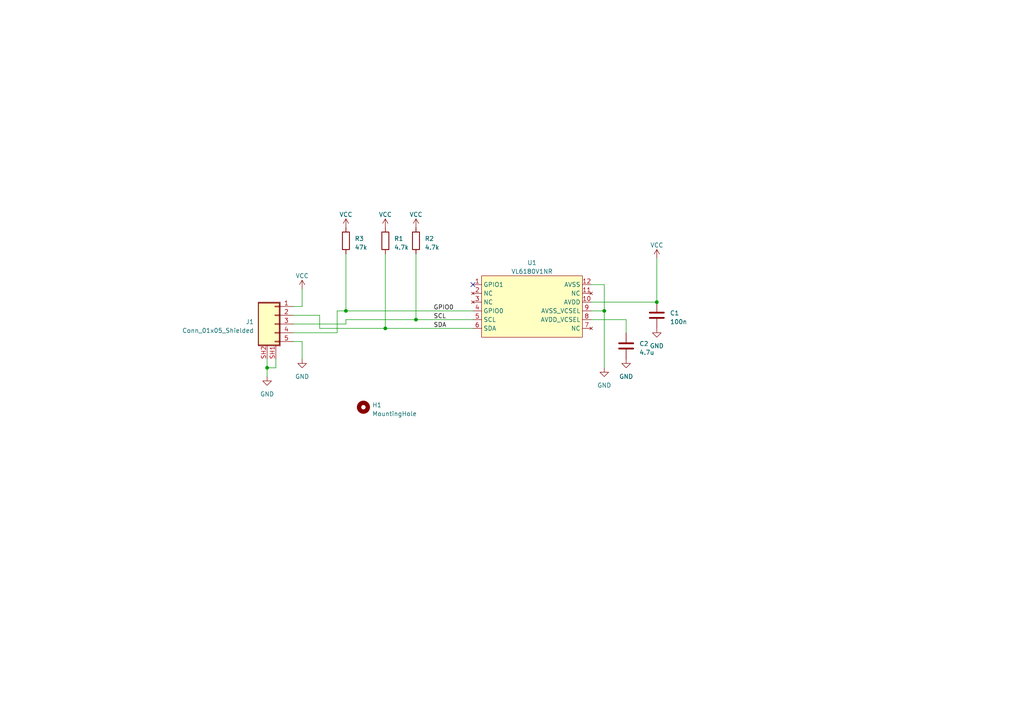
<source format=kicad_sch>
(kicad_sch (version 20230121) (generator eeschema)
  (paper "A4")
  (lib_symbols
    (symbol "Device:C" (pin_numbers hide) (pin_names (offset 0.254))
      (property "Reference" "C" (at 0.635 2.54 0))
      (property "Value" "C" (at 0.635 -2.54 0))
      (symbol "C_0_1"
        (polyline (pts (xy -2.032 -0.762) (xy 2.032 -0.762)) (stroke (width 0.508)))
        (polyline (pts (xy -2.032 0.762) (xy 2.032 0.762)) (stroke (width 0.508)))
      )
      (symbol "C_1_1"
        (pin passive line (at 0 3.81 270) (length 2.794) (name "~") (number "1"))
        (pin passive line (at 0 -3.81 90) (length 2.794) (name "~") (number "2"))
      )
    )
    (symbol "Device:R" (pin_numbers hide) (pin_names (offset 0))
      (property "Reference" "R" (at 2.032 0 90))
      (property "Value" "R" (at 0 0 90))
      (symbol "R_0_1"
        (rectangle (start -1.016 -2.54) (end 1.016 2.54) (stroke (width 0.254)))
      )
      (symbol "R_1_1"
        (pin passive line (at 0 3.81 270) (length 1.27) (name "~") (number "1"))
        (pin passive line (at 0 -3.81 90) (length 1.27) (name "~") (number "2"))
      )
    )
    (symbol "Mechanical:MountingHole" (pin_names (offset 1.016))
      (property "Reference" "H" (at 0 5.08 0))
      (property "Value" "MountingHole" (at 0 3.175 0))
      (symbol "MountingHole_0_1"
        (circle (center 0 0) (radius 1.27) (stroke (width 1.27)))
      )
    )
    (symbol "New_Library:Conn_01x05_Shielded_T1M" (pin_names (offset 1.016) hide)
      (property "Reference" "J" (at 0.254 7.366 0))
      (property "Value" "Conn_01x05_Shielded" (at 3.81 -8.89 0))
      (symbol "Conn_01x05_Shielded_T1M_1_1"
        (rectangle (start -1.27 6.35) (end 5.08 -6.35) (stroke (width 0.1524)))
        (rectangle (start -1.016 -4.953) (end 0.254 -5.207) (stroke (width 0.1524)))
        (rectangle (start -1.016 -2.413) (end 0.254 -2.667) (stroke (width 0.1524)))
        (rectangle (start -1.016 0.127) (end 0.254 -0.127) (stroke (width 0.1524)))
        (rectangle (start -1.016 2.667) (end 0.254 2.413) (stroke (width 0.1524)))
        (rectangle (start -1.016 5.207) (end 0.254 4.953) (stroke (width 0.1524)))
        (rectangle (start -1.016 6.096) (end 5.08 -6.096) (stroke (width 0.254)) (fill (type background)))
        (pin passive line (at -5.08 5.08 0) (length 4.064) (name "Pin_1") (number "1"))
        (pin passive line (at -5.08 2.54 0) (length 4.064) (name "Pin_2") (number "2"))
        (pin passive line (at -5.08 0 0) (length 4.064) (name "Pin_3") (number "3"))
        (pin passive line (at -5.08 -2.54 0) (length 4.064) (name "Pin_4") (number "4"))
        (pin passive line (at -5.08 -5.08 0) (length 4.064) (name "Pin_5") (number "5"))
        (pin passive line (at 0 -10.16 90) (length 3.81) (name "Shield") (number "SH1"))
        (pin passive line (at 2.54 -10.16 90) (length 3.81) (name "Shield") (number "SH2"))
      )
    )
    (symbol "New_Library:VL6180V1NR"
      (property "Reference" "U" (at 0 0 0))
      (property "Value" "VL6180V1NR" (at 22.86 0 0))
      (symbol "VL6180V1NR_0_1"
        (rectangle (start 0 -1.27) (end 29.21 -19.05) (fill (type background)))
      )
      (symbol "VL6180V1NR_1_1"
        (pin bidirectional line (at -2.54 -3.81 0) (length 2.54) (name "GPIO1") (number "1"))
        (pin power_in line (at 31.75 -8.89 180) (length 2.54) (name "AVDD") (number "10"))
        (pin no_connect line (at 31.75 -6.35 180) (length 2.54) (name "NC") (number "11"))
        (pin power_in line (at 31.75 -3.81 180) (length 2.54) (name "AVSS") (number "12"))
        (pin no_connect line (at -2.54 -6.35 0) (length 2.54) (name "NC") (number "2"))
        (pin no_connect line (at -2.54 -8.89 0) (length 2.54) (name "NC") (number "3"))
        (pin bidirectional line (at -2.54 -11.43 0) (length 2.54) (name "GPIO0") (number "4"))
        (pin input line (at -2.54 -13.97 0) (length 2.54) (name "SCL") (number "5"))
        (pin bidirectional line (at -2.54 -16.51 0) (length 2.54) (name "SDA") (number "6"))
        (pin no_connect line (at 31.75 -16.51 180) (length 2.54) (name "NC") (number "7"))
        (pin input line (at 31.75 -13.97 180) (length 2.54) (name "AVDD_VCSEL") (number "8"))
        (pin input line (at 31.75 -11.43 180) (length 2.54) (name "AVSS_VCSEL") (number "9"))
      )
    )
    (symbol "power:GND" (power) (pin_names (offset 0))
      (property "Value" "GND" (at 0 -3.81 0))
      (symbol "GND_0_1"
        (polyline (pts (xy 0 0) (xy 0 -1.27) (xy 1.27 -1.27) (xy 0 -2.54) (xy -1.27 -1.27) (xy 0 -1.27)))
      )
      (symbol "GND_1_1"
        (pin power_in line (at 0 0 270) (length 0) hide (name "GND") (number "1"))
      )
    )
    (symbol "power:VCC" (power) (pin_names (offset 0))
      (property "Value" "VCC" (at 0 3.81 0))
      (symbol "VCC_0_1"
        (polyline (pts (xy -0.762 1.27) (xy 0 2.54)))
        (polyline (pts (xy 0 0) (xy 0 2.54)))
        (polyline (pts (xy 0 2.54) (xy 0.762 1.27)))
      )
      (symbol "VCC_1_1"
        (pin power_in line (at 0 0 90) (length 0) hide (name "VCC") (number "1"))
      )
    )
  )
  (junction (at 111.76 95.25))
  (junction (at 77.47 106.68))
  (junction (at 175.26 90.17))
  (junction (at 120.65 92.71))
  (junction (at 190.5 87.63))
  (junction (at 100.33 90.17))
  (no_connect (at 137.16 82.55))
  (wire (pts (xy 171.45 87.63) (xy 190.5 87.63)))
  (wire (pts (xy 97.79 90.17) (xy 100.33 90.17)))
  (wire (pts (xy 171.45 92.71) (xy 181.61 92.71)))
  (wire (pts (xy 100.33 93.98) (xy 100.33 92.71)))
  (wire (pts (xy 175.26 90.17) (xy 175.26 106.68)))
  (wire (pts (xy 87.63 88.9) (xy 85.09 88.9)))
  (wire (pts (xy 100.33 90.17) (xy 100.33 73.66)))
  (wire (pts (xy 77.47 106.68) (xy 77.47 104.14)))
  (wire (pts (xy 181.61 92.71) (xy 181.61 96.52)))
  (wire (pts (xy 137.16 90.17) (xy 100.33 90.17)))
  (wire (pts (xy 92.71 95.25) (xy 111.76 95.25)))
  (wire (pts (xy 111.76 95.25) (xy 111.76 73.66)))
  (wire (pts (xy 87.63 99.06) (xy 85.09 99.06)))
  (wire (pts (xy 171.45 82.55) (xy 175.26 82.55)))
  (wire (pts (xy 171.45 90.17) (xy 175.26 90.17)))
  (wire (pts (xy 97.79 96.52) (xy 97.79 90.17)))
  (wire (pts (xy 85.09 93.98) (xy 100.33 93.98)))
  (wire (pts (xy 137.16 92.71) (xy 120.65 92.71)))
  (wire (pts (xy 80.01 106.68) (xy 77.47 106.68)))
  (wire (pts (xy 175.26 82.55) (xy 175.26 90.17)))
  (wire (pts (xy 100.33 92.71) (xy 120.65 92.71)))
  (wire (pts (xy 87.63 99.06) (xy 87.63 104.14)))
  (wire (pts (xy 85.09 91.44) (xy 92.71 91.44)))
  (wire (pts (xy 92.71 91.44) (xy 92.71 95.25)))
  (wire (pts (xy 80.01 104.14) (xy 80.01 106.68)))
  (wire (pts (xy 77.47 109.22) (xy 77.47 106.68)))
  (wire (pts (xy 120.65 92.71) (xy 120.65 73.66)))
  (wire (pts (xy 137.16 95.25) (xy 111.76 95.25)))
  (wire (pts (xy 85.09 96.52) (xy 97.79 96.52)))
  (wire (pts (xy 87.63 83.82) (xy 87.63 88.9)))
  (wire (pts (xy 190.5 74.93) (xy 190.5 87.63)))
  (label "SDA" (at 125.73 95.25 0))
  (label "SCL" (at 125.73 92.71 0))
  (label "GPIO0" (at 125.73 90.17 0))
  (symbol (lib_id "Device:C") (at 190.5 91.44 0) (unit 1)
    (property "Reference" "C1" (at 194.31 90.805 0) (effects (justify left)))
    (property "Value" "100n" (at 194.31 93.345 0) (effects (justify left)))
    (property "Footprint" "Capacitor_SMD:C_0603_1608Metric_Pad1.08x0.95mm_HandSolder" (effects hide))
  )
  (symbol (lib_id "Device:R") (at 111.76 69.85 0) (unit 1)
    (property "Reference" "R1" (at 114.3 69.215 0) (effects (justify left)))
    (property "Value" "4.7k" (at 114.3 71.755 0) (effects (justify left)))
    (property "Footprint" "Resistor_SMD:R_0603_1608Metric_Pad0.98x0.95mm_HandSolder" (effects hide))
  )
  (symbol (lib_id "power:GND") (at 175.26 106.68 0) (unit 1)
    (property "Reference" "#PWR05" (effects hide))
    (property "Value" "GND" (at 175.26 111.76 0))
  )
  (symbol (lib_id "power:GND") (at 181.61 104.14 0) (unit 1)
    (property "Reference" "#PWR08" (effects hide))
    (property "Value" "GND" (at 181.61 109.22 0))
  )
  (symbol (lib_id "power:VCC") (at 100.33 66.04 0) (unit 1)
    (property "Reference" "#PWR03" (effects hide))
    (property "Value" "VCC" (at 100.33 62.23 0))
  )
  (symbol (lib_id "New_Library:Conn_01x05_Shielded_T1M") (at 80.01 93.98 0) (mirror y) (unit 1)
    (property "Reference" "J1" (at 73.66 93.345 0) (effects (justify left)))
    (property "Value" "Conn_01x05_Shielded" (at 73.66 95.885 0) (effects (justify left)))
    (property "Footprint" "Library:SAMTEC_T1M-05-F-SH-L" (effects hide))
  )
  (symbol (lib_id "power:VCC") (at 87.63 83.82 0) (unit 1)
    (property "Reference" "#PWR09" (effects hide))
    (property "Value" "VCC" (at 87.63 80.01 0))
  )
  (symbol (lib_id "power:VCC") (at 190.5 74.93 0) (unit 1)
    (property "Reference" "#PWR06" (effects hide))
    (property "Value" "VCC" (at 190.5 71.12 0))
  )
  (symbol (lib_id "power:GND") (at 77.47 109.22 0) (unit 1)
    (property "Reference" "#PWR010" (effects hide))
    (property "Value" "GND" (at 77.47 114.3 0))
  )
  (symbol (lib_id "Device:C") (at 181.61 100.33 0) (unit 1)
    (property "Reference" "C2" (at 185.42 99.695 0) (effects (justify left)))
    (property "Value" "4.7u" (at 185.42 102.235 0) (effects (justify left)))
    (property "Footprint" "Capacitor_SMD:C_0603_1608Metric_Pad1.08x0.95mm_HandSolder" (effects hide))
  )
  (symbol (lib_id "power:GND") (at 190.5 95.25 0) (unit 1)
    (property "Reference" "#PWR07" (effects hide))
    (property "Value" "GND" (at 190.5 100.33 0))
  )
  (symbol (lib_id "power:VCC") (at 120.65 66.04 0) (unit 1)
    (property "Reference" "#PWR02" (effects hide))
    (property "Value" "VCC" (at 120.65 62.23 0))
  )
  (symbol (lib_id "Device:R") (at 100.33 69.85 0) (unit 1)
    (property "Reference" "R3" (at 102.87 69.215 0) (effects (justify left)))
    (property "Value" "47k" (at 102.87 71.755 0) (effects (justify left)))
    (property "Footprint" "Resistor_SMD:R_0603_1608Metric_Pad0.98x0.95mm_HandSolder" (effects hide))
  )
  (symbol (lib_id "power:VCC") (at 111.76 66.04 0) (unit 1)
    (property "Reference" "#PWR01" (effects hide))
    (property "Value" "VCC" (at 111.76 62.23 0))
  )
  (symbol (lib_id "New_Library:VL6180V1NR") (at 139.7 78.74 0) (unit 1)
    (property "Reference" "U1" (at 154.305 76.2 0))
    (property "Value" "VL6180V1NR" (at 154.305 78.74 0))
    (property "Footprint" "Library:VL6180V1NR" (effects hide))
  )
  (symbol (lib_id "power:GND") (at 87.63 104.14 0) (unit 1)
    (property "Reference" "#PWR04" (effects hide))
    (property "Value" "GND" (at 87.63 109.22 0))
  )
  (symbol (lib_id "Device:R") (at 120.65 69.85 0) (unit 1)
    (property "Reference" "R2" (at 123.19 69.215 0) (effects (justify left)))
    (property "Value" "4.7k" (at 123.19 71.755 0) (effects (justify left)))
    (property "Footprint" "Resistor_SMD:R_0603_1608Metric_Pad0.98x0.95mm_HandSolder" (effects hide))
  )
  (symbol (lib_id "Mechanical:MountingHole") (at 105.41 118.11 0) (unit 1)
    (property "Reference" "H1" (at 107.95 117.475 0) (effects (justify left)))
    (property "Value" "MountingHole" (at 107.95 120.015 0) (effects (justify left)))
    (property "Footprint" "MountingHole:MountingHole_2.2mm_M2" (effects hide))
  )
)
</source>
